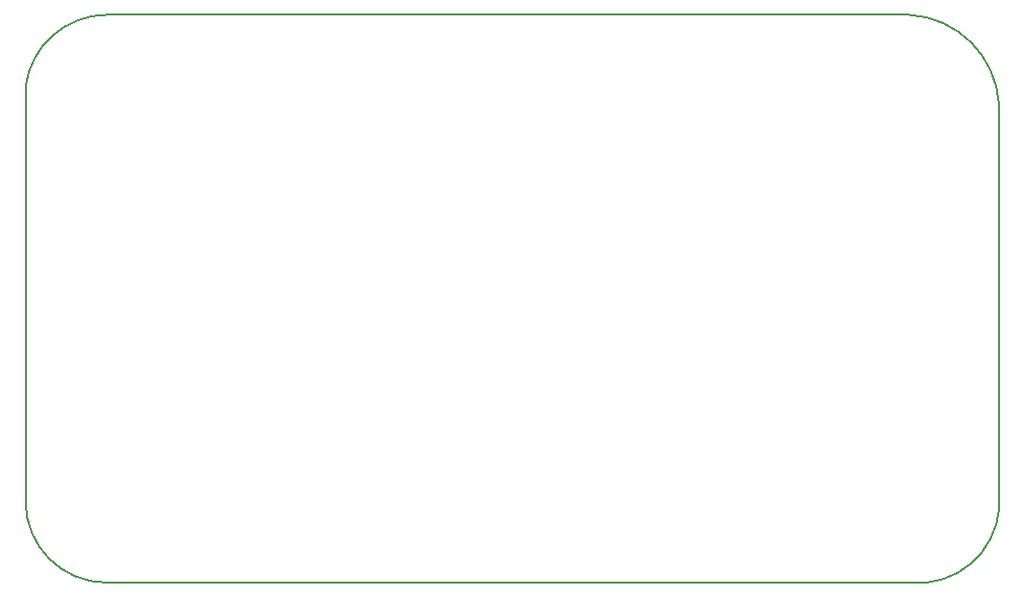
<source format=gm1>
%TF.GenerationSoftware,KiCad,Pcbnew,(6.0.0)*%
%TF.CreationDate,2022-02-08T12:16:45+05:30*%
%TF.ProjectId,keebk75pcb,6b656562-6b37-4357-9063-622e6b696361,rev?*%
%TF.SameCoordinates,Original*%
%TF.FileFunction,Profile,NP*%
%FSLAX46Y46*%
G04 Gerber Fmt 4.6, Leading zero omitted, Abs format (unit mm)*
G04 Created by KiCad (PCBNEW (6.0.0)) date 2022-02-08 12:16:45*
%MOMM*%
%LPD*%
G01*
G04 APERTURE LIST*
%TA.AperFunction,Profile*%
%ADD10C,0.200000*%
%TD*%
G04 APERTURE END LIST*
D10*
X38899998Y-150268750D02*
X111131248Y-150268750D01*
X38899998Y-100262500D02*
X109543748Y-100262500D01*
X117481248Y-108200000D02*
X117481248Y-142331250D01*
X117481248Y-108200000D02*
G75*
G03*
X109543748Y-100262500I-8378469J-440969D01*
G01*
X31756248Y-106612500D02*
X31756248Y-143125000D01*
X31756248Y-143125000D02*
G75*
G03*
X38899998Y-150268750I7143754J4D01*
G01*
X111131248Y-150268750D02*
G75*
G03*
X117481248Y-142331250I-793750J7143750D01*
G01*
X38899998Y-100262501D02*
G75*
G03*
X31756248Y-106612500I49609J-7249169D01*
G01*
M02*

</source>
